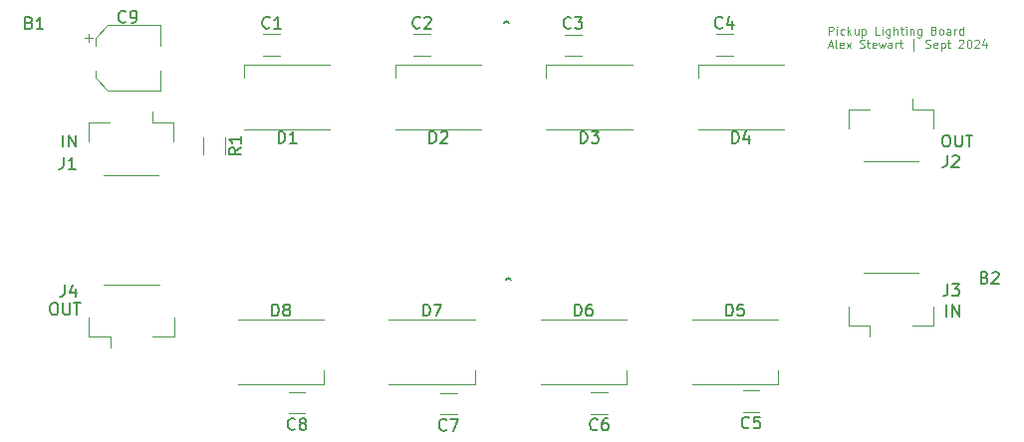
<source format=gbr>
%TF.GenerationSoftware,KiCad,Pcbnew,7.0.9*%
%TF.CreationDate,2024-09-08T14:45:42+10:00*%
%TF.ProjectId,RGB LED Mounting Board,52474220-4c45-4442-904d-6f756e74696e,rev?*%
%TF.SameCoordinates,Original*%
%TF.FileFunction,Legend,Top*%
%TF.FilePolarity,Positive*%
%FSLAX46Y46*%
G04 Gerber Fmt 4.6, Leading zero omitted, Abs format (unit mm)*
G04 Created by KiCad (PCBNEW 7.0.9) date 2024-09-08 14:45:42*
%MOMM*%
%LPD*%
G01*
G04 APERTURE LIST*
%ADD10C,0.150000*%
%ADD11C,0.100000*%
%ADD12C,0.120000*%
G04 APERTURE END LIST*
D10*
X116436779Y-29269819D02*
X116436779Y-28269819D01*
X116912969Y-29269819D02*
X116912969Y-28269819D01*
X116912969Y-28269819D02*
X117484397Y-29269819D01*
X117484397Y-29269819D02*
X117484397Y-28269819D01*
X191427255Y-28269819D02*
X191617731Y-28269819D01*
X191617731Y-28269819D02*
X191712969Y-28317438D01*
X191712969Y-28317438D02*
X191808207Y-28412676D01*
X191808207Y-28412676D02*
X191855826Y-28603152D01*
X191855826Y-28603152D02*
X191855826Y-28936485D01*
X191855826Y-28936485D02*
X191808207Y-29126961D01*
X191808207Y-29126961D02*
X191712969Y-29222200D01*
X191712969Y-29222200D02*
X191617731Y-29269819D01*
X191617731Y-29269819D02*
X191427255Y-29269819D01*
X191427255Y-29269819D02*
X191332017Y-29222200D01*
X191332017Y-29222200D02*
X191236779Y-29126961D01*
X191236779Y-29126961D02*
X191189160Y-28936485D01*
X191189160Y-28936485D02*
X191189160Y-28603152D01*
X191189160Y-28603152D02*
X191236779Y-28412676D01*
X191236779Y-28412676D02*
X191332017Y-28317438D01*
X191332017Y-28317438D02*
X191427255Y-28269819D01*
X192284398Y-28269819D02*
X192284398Y-29079342D01*
X192284398Y-29079342D02*
X192332017Y-29174580D01*
X192332017Y-29174580D02*
X192379636Y-29222200D01*
X192379636Y-29222200D02*
X192474874Y-29269819D01*
X192474874Y-29269819D02*
X192665350Y-29269819D01*
X192665350Y-29269819D02*
X192760588Y-29222200D01*
X192760588Y-29222200D02*
X192808207Y-29174580D01*
X192808207Y-29174580D02*
X192855826Y-29079342D01*
X192855826Y-29079342D02*
X192855826Y-28269819D01*
X193189160Y-28269819D02*
X193760588Y-28269819D01*
X193474874Y-29269819D02*
X193474874Y-28269819D01*
X113570112Y-18721009D02*
X113712969Y-18768628D01*
X113712969Y-18768628D02*
X113760588Y-18816247D01*
X113760588Y-18816247D02*
X113808207Y-18911485D01*
X113808207Y-18911485D02*
X113808207Y-19054342D01*
X113808207Y-19054342D02*
X113760588Y-19149580D01*
X113760588Y-19149580D02*
X113712969Y-19197200D01*
X113712969Y-19197200D02*
X113617731Y-19244819D01*
X113617731Y-19244819D02*
X113236779Y-19244819D01*
X113236779Y-19244819D02*
X113236779Y-18244819D01*
X113236779Y-18244819D02*
X113570112Y-18244819D01*
X113570112Y-18244819D02*
X113665350Y-18292438D01*
X113665350Y-18292438D02*
X113712969Y-18340057D01*
X113712969Y-18340057D02*
X113760588Y-18435295D01*
X113760588Y-18435295D02*
X113760588Y-18530533D01*
X113760588Y-18530533D02*
X113712969Y-18625771D01*
X113712969Y-18625771D02*
X113665350Y-18673390D01*
X113665350Y-18673390D02*
X113570112Y-18721009D01*
X113570112Y-18721009D02*
X113236779Y-18721009D01*
X114760588Y-19244819D02*
X114189160Y-19244819D01*
X114474874Y-19244819D02*
X114474874Y-18244819D01*
X114474874Y-18244819D02*
X114379636Y-18387676D01*
X114379636Y-18387676D02*
X114284398Y-18482914D01*
X114284398Y-18482914D02*
X114189160Y-18530533D01*
X154118922Y-40590057D02*
X154309398Y-40447200D01*
X154309398Y-40447200D02*
X154499874Y-40590057D01*
D11*
X181532455Y-19732133D02*
X181532455Y-19032133D01*
X181532455Y-19032133D02*
X181799122Y-19032133D01*
X181799122Y-19032133D02*
X181865789Y-19065466D01*
X181865789Y-19065466D02*
X181899122Y-19098800D01*
X181899122Y-19098800D02*
X181932455Y-19165466D01*
X181932455Y-19165466D02*
X181932455Y-19265466D01*
X181932455Y-19265466D02*
X181899122Y-19332133D01*
X181899122Y-19332133D02*
X181865789Y-19365466D01*
X181865789Y-19365466D02*
X181799122Y-19398800D01*
X181799122Y-19398800D02*
X181532455Y-19398800D01*
X182232455Y-19732133D02*
X182232455Y-19265466D01*
X182232455Y-19032133D02*
X182199122Y-19065466D01*
X182199122Y-19065466D02*
X182232455Y-19098800D01*
X182232455Y-19098800D02*
X182265789Y-19065466D01*
X182265789Y-19065466D02*
X182232455Y-19032133D01*
X182232455Y-19032133D02*
X182232455Y-19098800D01*
X182865788Y-19698800D02*
X182799122Y-19732133D01*
X182799122Y-19732133D02*
X182665788Y-19732133D01*
X182665788Y-19732133D02*
X182599122Y-19698800D01*
X182599122Y-19698800D02*
X182565788Y-19665466D01*
X182565788Y-19665466D02*
X182532455Y-19598800D01*
X182532455Y-19598800D02*
X182532455Y-19398800D01*
X182532455Y-19398800D02*
X182565788Y-19332133D01*
X182565788Y-19332133D02*
X182599122Y-19298800D01*
X182599122Y-19298800D02*
X182665788Y-19265466D01*
X182665788Y-19265466D02*
X182799122Y-19265466D01*
X182799122Y-19265466D02*
X182865788Y-19298800D01*
X183165788Y-19732133D02*
X183165788Y-19032133D01*
X183232455Y-19465466D02*
X183432455Y-19732133D01*
X183432455Y-19265466D02*
X183165788Y-19532133D01*
X184032455Y-19265466D02*
X184032455Y-19732133D01*
X183732455Y-19265466D02*
X183732455Y-19632133D01*
X183732455Y-19632133D02*
X183765789Y-19698800D01*
X183765789Y-19698800D02*
X183832455Y-19732133D01*
X183832455Y-19732133D02*
X183932455Y-19732133D01*
X183932455Y-19732133D02*
X183999122Y-19698800D01*
X183999122Y-19698800D02*
X184032455Y-19665466D01*
X184365788Y-19265466D02*
X184365788Y-19965466D01*
X184365788Y-19298800D02*
X184432455Y-19265466D01*
X184432455Y-19265466D02*
X184565788Y-19265466D01*
X184565788Y-19265466D02*
X184632455Y-19298800D01*
X184632455Y-19298800D02*
X184665788Y-19332133D01*
X184665788Y-19332133D02*
X184699122Y-19398800D01*
X184699122Y-19398800D02*
X184699122Y-19598800D01*
X184699122Y-19598800D02*
X184665788Y-19665466D01*
X184665788Y-19665466D02*
X184632455Y-19698800D01*
X184632455Y-19698800D02*
X184565788Y-19732133D01*
X184565788Y-19732133D02*
X184432455Y-19732133D01*
X184432455Y-19732133D02*
X184365788Y-19698800D01*
X185865788Y-19732133D02*
X185532454Y-19732133D01*
X185532454Y-19732133D02*
X185532454Y-19032133D01*
X186099121Y-19732133D02*
X186099121Y-19265466D01*
X186099121Y-19032133D02*
X186065788Y-19065466D01*
X186065788Y-19065466D02*
X186099121Y-19098800D01*
X186099121Y-19098800D02*
X186132455Y-19065466D01*
X186132455Y-19065466D02*
X186099121Y-19032133D01*
X186099121Y-19032133D02*
X186099121Y-19098800D01*
X186732454Y-19265466D02*
X186732454Y-19832133D01*
X186732454Y-19832133D02*
X186699121Y-19898800D01*
X186699121Y-19898800D02*
X186665788Y-19932133D01*
X186665788Y-19932133D02*
X186599121Y-19965466D01*
X186599121Y-19965466D02*
X186499121Y-19965466D01*
X186499121Y-19965466D02*
X186432454Y-19932133D01*
X186732454Y-19698800D02*
X186665788Y-19732133D01*
X186665788Y-19732133D02*
X186532454Y-19732133D01*
X186532454Y-19732133D02*
X186465788Y-19698800D01*
X186465788Y-19698800D02*
X186432454Y-19665466D01*
X186432454Y-19665466D02*
X186399121Y-19598800D01*
X186399121Y-19598800D02*
X186399121Y-19398800D01*
X186399121Y-19398800D02*
X186432454Y-19332133D01*
X186432454Y-19332133D02*
X186465788Y-19298800D01*
X186465788Y-19298800D02*
X186532454Y-19265466D01*
X186532454Y-19265466D02*
X186665788Y-19265466D01*
X186665788Y-19265466D02*
X186732454Y-19298800D01*
X187065787Y-19732133D02*
X187065787Y-19032133D01*
X187365787Y-19732133D02*
X187365787Y-19365466D01*
X187365787Y-19365466D02*
X187332454Y-19298800D01*
X187332454Y-19298800D02*
X187265787Y-19265466D01*
X187265787Y-19265466D02*
X187165787Y-19265466D01*
X187165787Y-19265466D02*
X187099121Y-19298800D01*
X187099121Y-19298800D02*
X187065787Y-19332133D01*
X187599120Y-19265466D02*
X187865787Y-19265466D01*
X187699120Y-19032133D02*
X187699120Y-19632133D01*
X187699120Y-19632133D02*
X187732454Y-19698800D01*
X187732454Y-19698800D02*
X187799120Y-19732133D01*
X187799120Y-19732133D02*
X187865787Y-19732133D01*
X188099120Y-19732133D02*
X188099120Y-19265466D01*
X188099120Y-19032133D02*
X188065787Y-19065466D01*
X188065787Y-19065466D02*
X188099120Y-19098800D01*
X188099120Y-19098800D02*
X188132454Y-19065466D01*
X188132454Y-19065466D02*
X188099120Y-19032133D01*
X188099120Y-19032133D02*
X188099120Y-19098800D01*
X188432453Y-19265466D02*
X188432453Y-19732133D01*
X188432453Y-19332133D02*
X188465787Y-19298800D01*
X188465787Y-19298800D02*
X188532453Y-19265466D01*
X188532453Y-19265466D02*
X188632453Y-19265466D01*
X188632453Y-19265466D02*
X188699120Y-19298800D01*
X188699120Y-19298800D02*
X188732453Y-19365466D01*
X188732453Y-19365466D02*
X188732453Y-19732133D01*
X189365786Y-19265466D02*
X189365786Y-19832133D01*
X189365786Y-19832133D02*
X189332453Y-19898800D01*
X189332453Y-19898800D02*
X189299120Y-19932133D01*
X189299120Y-19932133D02*
X189232453Y-19965466D01*
X189232453Y-19965466D02*
X189132453Y-19965466D01*
X189132453Y-19965466D02*
X189065786Y-19932133D01*
X189365786Y-19698800D02*
X189299120Y-19732133D01*
X189299120Y-19732133D02*
X189165786Y-19732133D01*
X189165786Y-19732133D02*
X189099120Y-19698800D01*
X189099120Y-19698800D02*
X189065786Y-19665466D01*
X189065786Y-19665466D02*
X189032453Y-19598800D01*
X189032453Y-19598800D02*
X189032453Y-19398800D01*
X189032453Y-19398800D02*
X189065786Y-19332133D01*
X189065786Y-19332133D02*
X189099120Y-19298800D01*
X189099120Y-19298800D02*
X189165786Y-19265466D01*
X189165786Y-19265466D02*
X189299120Y-19265466D01*
X189299120Y-19265466D02*
X189365786Y-19298800D01*
X190465786Y-19365466D02*
X190565786Y-19398800D01*
X190565786Y-19398800D02*
X190599119Y-19432133D01*
X190599119Y-19432133D02*
X190632452Y-19498800D01*
X190632452Y-19498800D02*
X190632452Y-19598800D01*
X190632452Y-19598800D02*
X190599119Y-19665466D01*
X190599119Y-19665466D02*
X190565786Y-19698800D01*
X190565786Y-19698800D02*
X190499119Y-19732133D01*
X190499119Y-19732133D02*
X190232452Y-19732133D01*
X190232452Y-19732133D02*
X190232452Y-19032133D01*
X190232452Y-19032133D02*
X190465786Y-19032133D01*
X190465786Y-19032133D02*
X190532452Y-19065466D01*
X190532452Y-19065466D02*
X190565786Y-19098800D01*
X190565786Y-19098800D02*
X190599119Y-19165466D01*
X190599119Y-19165466D02*
X190599119Y-19232133D01*
X190599119Y-19232133D02*
X190565786Y-19298800D01*
X190565786Y-19298800D02*
X190532452Y-19332133D01*
X190532452Y-19332133D02*
X190465786Y-19365466D01*
X190465786Y-19365466D02*
X190232452Y-19365466D01*
X191032452Y-19732133D02*
X190965786Y-19698800D01*
X190965786Y-19698800D02*
X190932452Y-19665466D01*
X190932452Y-19665466D02*
X190899119Y-19598800D01*
X190899119Y-19598800D02*
X190899119Y-19398800D01*
X190899119Y-19398800D02*
X190932452Y-19332133D01*
X190932452Y-19332133D02*
X190965786Y-19298800D01*
X190965786Y-19298800D02*
X191032452Y-19265466D01*
X191032452Y-19265466D02*
X191132452Y-19265466D01*
X191132452Y-19265466D02*
X191199119Y-19298800D01*
X191199119Y-19298800D02*
X191232452Y-19332133D01*
X191232452Y-19332133D02*
X191265786Y-19398800D01*
X191265786Y-19398800D02*
X191265786Y-19598800D01*
X191265786Y-19598800D02*
X191232452Y-19665466D01*
X191232452Y-19665466D02*
X191199119Y-19698800D01*
X191199119Y-19698800D02*
X191132452Y-19732133D01*
X191132452Y-19732133D02*
X191032452Y-19732133D01*
X191865785Y-19732133D02*
X191865785Y-19365466D01*
X191865785Y-19365466D02*
X191832452Y-19298800D01*
X191832452Y-19298800D02*
X191765785Y-19265466D01*
X191765785Y-19265466D02*
X191632452Y-19265466D01*
X191632452Y-19265466D02*
X191565785Y-19298800D01*
X191865785Y-19698800D02*
X191799119Y-19732133D01*
X191799119Y-19732133D02*
X191632452Y-19732133D01*
X191632452Y-19732133D02*
X191565785Y-19698800D01*
X191565785Y-19698800D02*
X191532452Y-19632133D01*
X191532452Y-19632133D02*
X191532452Y-19565466D01*
X191532452Y-19565466D02*
X191565785Y-19498800D01*
X191565785Y-19498800D02*
X191632452Y-19465466D01*
X191632452Y-19465466D02*
X191799119Y-19465466D01*
X191799119Y-19465466D02*
X191865785Y-19432133D01*
X192199118Y-19732133D02*
X192199118Y-19265466D01*
X192199118Y-19398800D02*
X192232452Y-19332133D01*
X192232452Y-19332133D02*
X192265785Y-19298800D01*
X192265785Y-19298800D02*
X192332452Y-19265466D01*
X192332452Y-19265466D02*
X192399118Y-19265466D01*
X192932451Y-19732133D02*
X192932451Y-19032133D01*
X192932451Y-19698800D02*
X192865785Y-19732133D01*
X192865785Y-19732133D02*
X192732451Y-19732133D01*
X192732451Y-19732133D02*
X192665785Y-19698800D01*
X192665785Y-19698800D02*
X192632451Y-19665466D01*
X192632451Y-19665466D02*
X192599118Y-19598800D01*
X192599118Y-19598800D02*
X192599118Y-19398800D01*
X192599118Y-19398800D02*
X192632451Y-19332133D01*
X192632451Y-19332133D02*
X192665785Y-19298800D01*
X192665785Y-19298800D02*
X192732451Y-19265466D01*
X192732451Y-19265466D02*
X192865785Y-19265466D01*
X192865785Y-19265466D02*
X192932451Y-19298800D01*
X181499122Y-20659133D02*
X181832455Y-20659133D01*
X181432455Y-20859133D02*
X181665789Y-20159133D01*
X181665789Y-20159133D02*
X181899122Y-20859133D01*
X182232455Y-20859133D02*
X182165789Y-20825800D01*
X182165789Y-20825800D02*
X182132455Y-20759133D01*
X182132455Y-20759133D02*
X182132455Y-20159133D01*
X182765789Y-20825800D02*
X182699122Y-20859133D01*
X182699122Y-20859133D02*
X182565789Y-20859133D01*
X182565789Y-20859133D02*
X182499122Y-20825800D01*
X182499122Y-20825800D02*
X182465789Y-20759133D01*
X182465789Y-20759133D02*
X182465789Y-20492466D01*
X182465789Y-20492466D02*
X182499122Y-20425800D01*
X182499122Y-20425800D02*
X182565789Y-20392466D01*
X182565789Y-20392466D02*
X182699122Y-20392466D01*
X182699122Y-20392466D02*
X182765789Y-20425800D01*
X182765789Y-20425800D02*
X182799122Y-20492466D01*
X182799122Y-20492466D02*
X182799122Y-20559133D01*
X182799122Y-20559133D02*
X182465789Y-20625800D01*
X183032456Y-20859133D02*
X183399122Y-20392466D01*
X183032456Y-20392466D02*
X183399122Y-20859133D01*
X184165789Y-20825800D02*
X184265789Y-20859133D01*
X184265789Y-20859133D02*
X184432456Y-20859133D01*
X184432456Y-20859133D02*
X184499122Y-20825800D01*
X184499122Y-20825800D02*
X184532456Y-20792466D01*
X184532456Y-20792466D02*
X184565789Y-20725800D01*
X184565789Y-20725800D02*
X184565789Y-20659133D01*
X184565789Y-20659133D02*
X184532456Y-20592466D01*
X184532456Y-20592466D02*
X184499122Y-20559133D01*
X184499122Y-20559133D02*
X184432456Y-20525800D01*
X184432456Y-20525800D02*
X184299122Y-20492466D01*
X184299122Y-20492466D02*
X184232456Y-20459133D01*
X184232456Y-20459133D02*
X184199122Y-20425800D01*
X184199122Y-20425800D02*
X184165789Y-20359133D01*
X184165789Y-20359133D02*
X184165789Y-20292466D01*
X184165789Y-20292466D02*
X184199122Y-20225800D01*
X184199122Y-20225800D02*
X184232456Y-20192466D01*
X184232456Y-20192466D02*
X184299122Y-20159133D01*
X184299122Y-20159133D02*
X184465789Y-20159133D01*
X184465789Y-20159133D02*
X184565789Y-20192466D01*
X184765789Y-20392466D02*
X185032456Y-20392466D01*
X184865789Y-20159133D02*
X184865789Y-20759133D01*
X184865789Y-20759133D02*
X184899123Y-20825800D01*
X184899123Y-20825800D02*
X184965789Y-20859133D01*
X184965789Y-20859133D02*
X185032456Y-20859133D01*
X185532456Y-20825800D02*
X185465789Y-20859133D01*
X185465789Y-20859133D02*
X185332456Y-20859133D01*
X185332456Y-20859133D02*
X185265789Y-20825800D01*
X185265789Y-20825800D02*
X185232456Y-20759133D01*
X185232456Y-20759133D02*
X185232456Y-20492466D01*
X185232456Y-20492466D02*
X185265789Y-20425800D01*
X185265789Y-20425800D02*
X185332456Y-20392466D01*
X185332456Y-20392466D02*
X185465789Y-20392466D01*
X185465789Y-20392466D02*
X185532456Y-20425800D01*
X185532456Y-20425800D02*
X185565789Y-20492466D01*
X185565789Y-20492466D02*
X185565789Y-20559133D01*
X185565789Y-20559133D02*
X185232456Y-20625800D01*
X185799123Y-20392466D02*
X185932456Y-20859133D01*
X185932456Y-20859133D02*
X186065789Y-20525800D01*
X186065789Y-20525800D02*
X186199123Y-20859133D01*
X186199123Y-20859133D02*
X186332456Y-20392466D01*
X186899122Y-20859133D02*
X186899122Y-20492466D01*
X186899122Y-20492466D02*
X186865789Y-20425800D01*
X186865789Y-20425800D02*
X186799122Y-20392466D01*
X186799122Y-20392466D02*
X186665789Y-20392466D01*
X186665789Y-20392466D02*
X186599122Y-20425800D01*
X186899122Y-20825800D02*
X186832456Y-20859133D01*
X186832456Y-20859133D02*
X186665789Y-20859133D01*
X186665789Y-20859133D02*
X186599122Y-20825800D01*
X186599122Y-20825800D02*
X186565789Y-20759133D01*
X186565789Y-20759133D02*
X186565789Y-20692466D01*
X186565789Y-20692466D02*
X186599122Y-20625800D01*
X186599122Y-20625800D02*
X186665789Y-20592466D01*
X186665789Y-20592466D02*
X186832456Y-20592466D01*
X186832456Y-20592466D02*
X186899122Y-20559133D01*
X187232455Y-20859133D02*
X187232455Y-20392466D01*
X187232455Y-20525800D02*
X187265789Y-20459133D01*
X187265789Y-20459133D02*
X187299122Y-20425800D01*
X187299122Y-20425800D02*
X187365789Y-20392466D01*
X187365789Y-20392466D02*
X187432455Y-20392466D01*
X187565788Y-20392466D02*
X187832455Y-20392466D01*
X187665788Y-20159133D02*
X187665788Y-20759133D01*
X187665788Y-20759133D02*
X187699122Y-20825800D01*
X187699122Y-20825800D02*
X187765788Y-20859133D01*
X187765788Y-20859133D02*
X187832455Y-20859133D01*
X188765788Y-21092466D02*
X188765788Y-20092466D01*
X189765788Y-20825800D02*
X189865788Y-20859133D01*
X189865788Y-20859133D02*
X190032455Y-20859133D01*
X190032455Y-20859133D02*
X190099121Y-20825800D01*
X190099121Y-20825800D02*
X190132455Y-20792466D01*
X190132455Y-20792466D02*
X190165788Y-20725800D01*
X190165788Y-20725800D02*
X190165788Y-20659133D01*
X190165788Y-20659133D02*
X190132455Y-20592466D01*
X190132455Y-20592466D02*
X190099121Y-20559133D01*
X190099121Y-20559133D02*
X190032455Y-20525800D01*
X190032455Y-20525800D02*
X189899121Y-20492466D01*
X189899121Y-20492466D02*
X189832455Y-20459133D01*
X189832455Y-20459133D02*
X189799121Y-20425800D01*
X189799121Y-20425800D02*
X189765788Y-20359133D01*
X189765788Y-20359133D02*
X189765788Y-20292466D01*
X189765788Y-20292466D02*
X189799121Y-20225800D01*
X189799121Y-20225800D02*
X189832455Y-20192466D01*
X189832455Y-20192466D02*
X189899121Y-20159133D01*
X189899121Y-20159133D02*
X190065788Y-20159133D01*
X190065788Y-20159133D02*
X190165788Y-20192466D01*
X190732455Y-20825800D02*
X190665788Y-20859133D01*
X190665788Y-20859133D02*
X190532455Y-20859133D01*
X190532455Y-20859133D02*
X190465788Y-20825800D01*
X190465788Y-20825800D02*
X190432455Y-20759133D01*
X190432455Y-20759133D02*
X190432455Y-20492466D01*
X190432455Y-20492466D02*
X190465788Y-20425800D01*
X190465788Y-20425800D02*
X190532455Y-20392466D01*
X190532455Y-20392466D02*
X190665788Y-20392466D01*
X190665788Y-20392466D02*
X190732455Y-20425800D01*
X190732455Y-20425800D02*
X190765788Y-20492466D01*
X190765788Y-20492466D02*
X190765788Y-20559133D01*
X190765788Y-20559133D02*
X190432455Y-20625800D01*
X191065788Y-20392466D02*
X191065788Y-21092466D01*
X191065788Y-20425800D02*
X191132455Y-20392466D01*
X191132455Y-20392466D02*
X191265788Y-20392466D01*
X191265788Y-20392466D02*
X191332455Y-20425800D01*
X191332455Y-20425800D02*
X191365788Y-20459133D01*
X191365788Y-20459133D02*
X191399122Y-20525800D01*
X191399122Y-20525800D02*
X191399122Y-20725800D01*
X191399122Y-20725800D02*
X191365788Y-20792466D01*
X191365788Y-20792466D02*
X191332455Y-20825800D01*
X191332455Y-20825800D02*
X191265788Y-20859133D01*
X191265788Y-20859133D02*
X191132455Y-20859133D01*
X191132455Y-20859133D02*
X191065788Y-20825800D01*
X191599121Y-20392466D02*
X191865788Y-20392466D01*
X191699121Y-20159133D02*
X191699121Y-20759133D01*
X191699121Y-20759133D02*
X191732455Y-20825800D01*
X191732455Y-20825800D02*
X191799121Y-20859133D01*
X191799121Y-20859133D02*
X191865788Y-20859133D01*
X192599121Y-20225800D02*
X192632454Y-20192466D01*
X192632454Y-20192466D02*
X192699121Y-20159133D01*
X192699121Y-20159133D02*
X192865788Y-20159133D01*
X192865788Y-20159133D02*
X192932454Y-20192466D01*
X192932454Y-20192466D02*
X192965788Y-20225800D01*
X192965788Y-20225800D02*
X192999121Y-20292466D01*
X192999121Y-20292466D02*
X192999121Y-20359133D01*
X192999121Y-20359133D02*
X192965788Y-20459133D01*
X192965788Y-20459133D02*
X192565788Y-20859133D01*
X192565788Y-20859133D02*
X192999121Y-20859133D01*
X193432455Y-20159133D02*
X193499121Y-20159133D01*
X193499121Y-20159133D02*
X193565788Y-20192466D01*
X193565788Y-20192466D02*
X193599121Y-20225800D01*
X193599121Y-20225800D02*
X193632455Y-20292466D01*
X193632455Y-20292466D02*
X193665788Y-20425800D01*
X193665788Y-20425800D02*
X193665788Y-20592466D01*
X193665788Y-20592466D02*
X193632455Y-20725800D01*
X193632455Y-20725800D02*
X193599121Y-20792466D01*
X193599121Y-20792466D02*
X193565788Y-20825800D01*
X193565788Y-20825800D02*
X193499121Y-20859133D01*
X193499121Y-20859133D02*
X193432455Y-20859133D01*
X193432455Y-20859133D02*
X193365788Y-20825800D01*
X193365788Y-20825800D02*
X193332455Y-20792466D01*
X193332455Y-20792466D02*
X193299121Y-20725800D01*
X193299121Y-20725800D02*
X193265788Y-20592466D01*
X193265788Y-20592466D02*
X193265788Y-20425800D01*
X193265788Y-20425800D02*
X193299121Y-20292466D01*
X193299121Y-20292466D02*
X193332455Y-20225800D01*
X193332455Y-20225800D02*
X193365788Y-20192466D01*
X193365788Y-20192466D02*
X193432455Y-20159133D01*
X193932455Y-20225800D02*
X193965788Y-20192466D01*
X193965788Y-20192466D02*
X194032455Y-20159133D01*
X194032455Y-20159133D02*
X194199122Y-20159133D01*
X194199122Y-20159133D02*
X194265788Y-20192466D01*
X194265788Y-20192466D02*
X194299122Y-20225800D01*
X194299122Y-20225800D02*
X194332455Y-20292466D01*
X194332455Y-20292466D02*
X194332455Y-20359133D01*
X194332455Y-20359133D02*
X194299122Y-20459133D01*
X194299122Y-20459133D02*
X193899122Y-20859133D01*
X193899122Y-20859133D02*
X194332455Y-20859133D01*
X194932455Y-20392466D02*
X194932455Y-20859133D01*
X194765789Y-20125800D02*
X194599122Y-20625800D01*
X194599122Y-20625800D02*
X195032455Y-20625800D01*
D10*
X115602255Y-42544819D02*
X115792731Y-42544819D01*
X115792731Y-42544819D02*
X115887969Y-42592438D01*
X115887969Y-42592438D02*
X115983207Y-42687676D01*
X115983207Y-42687676D02*
X116030826Y-42878152D01*
X116030826Y-42878152D02*
X116030826Y-43211485D01*
X116030826Y-43211485D02*
X115983207Y-43401961D01*
X115983207Y-43401961D02*
X115887969Y-43497200D01*
X115887969Y-43497200D02*
X115792731Y-43544819D01*
X115792731Y-43544819D02*
X115602255Y-43544819D01*
X115602255Y-43544819D02*
X115507017Y-43497200D01*
X115507017Y-43497200D02*
X115411779Y-43401961D01*
X115411779Y-43401961D02*
X115364160Y-43211485D01*
X115364160Y-43211485D02*
X115364160Y-42878152D01*
X115364160Y-42878152D02*
X115411779Y-42687676D01*
X115411779Y-42687676D02*
X115507017Y-42592438D01*
X115507017Y-42592438D02*
X115602255Y-42544819D01*
X116459398Y-42544819D02*
X116459398Y-43354342D01*
X116459398Y-43354342D02*
X116507017Y-43449580D01*
X116507017Y-43449580D02*
X116554636Y-43497200D01*
X116554636Y-43497200D02*
X116649874Y-43544819D01*
X116649874Y-43544819D02*
X116840350Y-43544819D01*
X116840350Y-43544819D02*
X116935588Y-43497200D01*
X116935588Y-43497200D02*
X116983207Y-43449580D01*
X116983207Y-43449580D02*
X117030826Y-43354342D01*
X117030826Y-43354342D02*
X117030826Y-42544819D01*
X117364160Y-42544819D02*
X117935588Y-42544819D01*
X117649874Y-43544819D02*
X117649874Y-42544819D01*
X153943922Y-18740057D02*
X154134398Y-18597200D01*
X154134398Y-18597200D02*
X154324874Y-18740057D01*
X194795112Y-40371009D02*
X194937969Y-40418628D01*
X194937969Y-40418628D02*
X194985588Y-40466247D01*
X194985588Y-40466247D02*
X195033207Y-40561485D01*
X195033207Y-40561485D02*
X195033207Y-40704342D01*
X195033207Y-40704342D02*
X194985588Y-40799580D01*
X194985588Y-40799580D02*
X194937969Y-40847200D01*
X194937969Y-40847200D02*
X194842731Y-40894819D01*
X194842731Y-40894819D02*
X194461779Y-40894819D01*
X194461779Y-40894819D02*
X194461779Y-39894819D01*
X194461779Y-39894819D02*
X194795112Y-39894819D01*
X194795112Y-39894819D02*
X194890350Y-39942438D01*
X194890350Y-39942438D02*
X194937969Y-39990057D01*
X194937969Y-39990057D02*
X194985588Y-40085295D01*
X194985588Y-40085295D02*
X194985588Y-40180533D01*
X194985588Y-40180533D02*
X194937969Y-40275771D01*
X194937969Y-40275771D02*
X194890350Y-40323390D01*
X194890350Y-40323390D02*
X194795112Y-40371009D01*
X194795112Y-40371009D02*
X194461779Y-40371009D01*
X195414160Y-39990057D02*
X195461779Y-39942438D01*
X195461779Y-39942438D02*
X195557017Y-39894819D01*
X195557017Y-39894819D02*
X195795112Y-39894819D01*
X195795112Y-39894819D02*
X195890350Y-39942438D01*
X195890350Y-39942438D02*
X195937969Y-39990057D01*
X195937969Y-39990057D02*
X195985588Y-40085295D01*
X195985588Y-40085295D02*
X195985588Y-40180533D01*
X195985588Y-40180533D02*
X195937969Y-40323390D01*
X195937969Y-40323390D02*
X195366541Y-40894819D01*
X195366541Y-40894819D02*
X195985588Y-40894819D01*
X191536779Y-43694819D02*
X191536779Y-42694819D01*
X192012969Y-43694819D02*
X192012969Y-42694819D01*
X192012969Y-42694819D02*
X192584397Y-43694819D01*
X192584397Y-43694819D02*
X192584397Y-42694819D01*
X136158333Y-53259580D02*
X136110714Y-53307200D01*
X136110714Y-53307200D02*
X135967857Y-53354819D01*
X135967857Y-53354819D02*
X135872619Y-53354819D01*
X135872619Y-53354819D02*
X135729762Y-53307200D01*
X135729762Y-53307200D02*
X135634524Y-53211961D01*
X135634524Y-53211961D02*
X135586905Y-53116723D01*
X135586905Y-53116723D02*
X135539286Y-52926247D01*
X135539286Y-52926247D02*
X135539286Y-52783390D01*
X135539286Y-52783390D02*
X135586905Y-52592914D01*
X135586905Y-52592914D02*
X135634524Y-52497676D01*
X135634524Y-52497676D02*
X135729762Y-52402438D01*
X135729762Y-52402438D02*
X135872619Y-52354819D01*
X135872619Y-52354819D02*
X135967857Y-52354819D01*
X135967857Y-52354819D02*
X136110714Y-52402438D01*
X136110714Y-52402438D02*
X136158333Y-52450057D01*
X136729762Y-52783390D02*
X136634524Y-52735771D01*
X136634524Y-52735771D02*
X136586905Y-52688152D01*
X136586905Y-52688152D02*
X136539286Y-52592914D01*
X136539286Y-52592914D02*
X136539286Y-52545295D01*
X136539286Y-52545295D02*
X136586905Y-52450057D01*
X136586905Y-52450057D02*
X136634524Y-52402438D01*
X136634524Y-52402438D02*
X136729762Y-52354819D01*
X136729762Y-52354819D02*
X136920238Y-52354819D01*
X136920238Y-52354819D02*
X137015476Y-52402438D01*
X137015476Y-52402438D02*
X137063095Y-52450057D01*
X137063095Y-52450057D02*
X137110714Y-52545295D01*
X137110714Y-52545295D02*
X137110714Y-52592914D01*
X137110714Y-52592914D02*
X137063095Y-52688152D01*
X137063095Y-52688152D02*
X137015476Y-52735771D01*
X137015476Y-52735771D02*
X136920238Y-52783390D01*
X136920238Y-52783390D02*
X136729762Y-52783390D01*
X136729762Y-52783390D02*
X136634524Y-52831009D01*
X136634524Y-52831009D02*
X136586905Y-52878628D01*
X136586905Y-52878628D02*
X136539286Y-52973866D01*
X136539286Y-52973866D02*
X136539286Y-53164342D01*
X136539286Y-53164342D02*
X136586905Y-53259580D01*
X136586905Y-53259580D02*
X136634524Y-53307200D01*
X136634524Y-53307200D02*
X136729762Y-53354819D01*
X136729762Y-53354819D02*
X136920238Y-53354819D01*
X136920238Y-53354819D02*
X137015476Y-53307200D01*
X137015476Y-53307200D02*
X137063095Y-53259580D01*
X137063095Y-53259580D02*
X137110714Y-53164342D01*
X137110714Y-53164342D02*
X137110714Y-52973866D01*
X137110714Y-52973866D02*
X137063095Y-52878628D01*
X137063095Y-52878628D02*
X137015476Y-52831009D01*
X137015476Y-52831009D02*
X136920238Y-52783390D01*
X149033333Y-53309580D02*
X148985714Y-53357200D01*
X148985714Y-53357200D02*
X148842857Y-53404819D01*
X148842857Y-53404819D02*
X148747619Y-53404819D01*
X148747619Y-53404819D02*
X148604762Y-53357200D01*
X148604762Y-53357200D02*
X148509524Y-53261961D01*
X148509524Y-53261961D02*
X148461905Y-53166723D01*
X148461905Y-53166723D02*
X148414286Y-52976247D01*
X148414286Y-52976247D02*
X148414286Y-52833390D01*
X148414286Y-52833390D02*
X148461905Y-52642914D01*
X148461905Y-52642914D02*
X148509524Y-52547676D01*
X148509524Y-52547676D02*
X148604762Y-52452438D01*
X148604762Y-52452438D02*
X148747619Y-52404819D01*
X148747619Y-52404819D02*
X148842857Y-52404819D01*
X148842857Y-52404819D02*
X148985714Y-52452438D01*
X148985714Y-52452438D02*
X149033333Y-52500057D01*
X149366667Y-52404819D02*
X150033333Y-52404819D01*
X150033333Y-52404819D02*
X149604762Y-53404819D01*
X161858333Y-53284580D02*
X161810714Y-53332200D01*
X161810714Y-53332200D02*
X161667857Y-53379819D01*
X161667857Y-53379819D02*
X161572619Y-53379819D01*
X161572619Y-53379819D02*
X161429762Y-53332200D01*
X161429762Y-53332200D02*
X161334524Y-53236961D01*
X161334524Y-53236961D02*
X161286905Y-53141723D01*
X161286905Y-53141723D02*
X161239286Y-52951247D01*
X161239286Y-52951247D02*
X161239286Y-52808390D01*
X161239286Y-52808390D02*
X161286905Y-52617914D01*
X161286905Y-52617914D02*
X161334524Y-52522676D01*
X161334524Y-52522676D02*
X161429762Y-52427438D01*
X161429762Y-52427438D02*
X161572619Y-52379819D01*
X161572619Y-52379819D02*
X161667857Y-52379819D01*
X161667857Y-52379819D02*
X161810714Y-52427438D01*
X161810714Y-52427438D02*
X161858333Y-52475057D01*
X162715476Y-52379819D02*
X162525000Y-52379819D01*
X162525000Y-52379819D02*
X162429762Y-52427438D01*
X162429762Y-52427438D02*
X162382143Y-52475057D01*
X162382143Y-52475057D02*
X162286905Y-52617914D01*
X162286905Y-52617914D02*
X162239286Y-52808390D01*
X162239286Y-52808390D02*
X162239286Y-53189342D01*
X162239286Y-53189342D02*
X162286905Y-53284580D01*
X162286905Y-53284580D02*
X162334524Y-53332200D01*
X162334524Y-53332200D02*
X162429762Y-53379819D01*
X162429762Y-53379819D02*
X162620238Y-53379819D01*
X162620238Y-53379819D02*
X162715476Y-53332200D01*
X162715476Y-53332200D02*
X162763095Y-53284580D01*
X162763095Y-53284580D02*
X162810714Y-53189342D01*
X162810714Y-53189342D02*
X162810714Y-52951247D01*
X162810714Y-52951247D02*
X162763095Y-52856009D01*
X162763095Y-52856009D02*
X162715476Y-52808390D01*
X162715476Y-52808390D02*
X162620238Y-52760771D01*
X162620238Y-52760771D02*
X162429762Y-52760771D01*
X162429762Y-52760771D02*
X162334524Y-52808390D01*
X162334524Y-52808390D02*
X162286905Y-52856009D01*
X162286905Y-52856009D02*
X162239286Y-52951247D01*
X174758333Y-53134580D02*
X174710714Y-53182200D01*
X174710714Y-53182200D02*
X174567857Y-53229819D01*
X174567857Y-53229819D02*
X174472619Y-53229819D01*
X174472619Y-53229819D02*
X174329762Y-53182200D01*
X174329762Y-53182200D02*
X174234524Y-53086961D01*
X174234524Y-53086961D02*
X174186905Y-52991723D01*
X174186905Y-52991723D02*
X174139286Y-52801247D01*
X174139286Y-52801247D02*
X174139286Y-52658390D01*
X174139286Y-52658390D02*
X174186905Y-52467914D01*
X174186905Y-52467914D02*
X174234524Y-52372676D01*
X174234524Y-52372676D02*
X174329762Y-52277438D01*
X174329762Y-52277438D02*
X174472619Y-52229819D01*
X174472619Y-52229819D02*
X174567857Y-52229819D01*
X174567857Y-52229819D02*
X174710714Y-52277438D01*
X174710714Y-52277438D02*
X174758333Y-52325057D01*
X175663095Y-52229819D02*
X175186905Y-52229819D01*
X175186905Y-52229819D02*
X175139286Y-52706009D01*
X175139286Y-52706009D02*
X175186905Y-52658390D01*
X175186905Y-52658390D02*
X175282143Y-52610771D01*
X175282143Y-52610771D02*
X175520238Y-52610771D01*
X175520238Y-52610771D02*
X175615476Y-52658390D01*
X175615476Y-52658390D02*
X175663095Y-52706009D01*
X175663095Y-52706009D02*
X175710714Y-52801247D01*
X175710714Y-52801247D02*
X175710714Y-53039342D01*
X175710714Y-53039342D02*
X175663095Y-53134580D01*
X175663095Y-53134580D02*
X175615476Y-53182200D01*
X175615476Y-53182200D02*
X175520238Y-53229819D01*
X175520238Y-53229819D02*
X175282143Y-53229819D01*
X175282143Y-53229819D02*
X175186905Y-53182200D01*
X175186905Y-53182200D02*
X175139286Y-53134580D01*
X172483333Y-19109580D02*
X172435714Y-19157200D01*
X172435714Y-19157200D02*
X172292857Y-19204819D01*
X172292857Y-19204819D02*
X172197619Y-19204819D01*
X172197619Y-19204819D02*
X172054762Y-19157200D01*
X172054762Y-19157200D02*
X171959524Y-19061961D01*
X171959524Y-19061961D02*
X171911905Y-18966723D01*
X171911905Y-18966723D02*
X171864286Y-18776247D01*
X171864286Y-18776247D02*
X171864286Y-18633390D01*
X171864286Y-18633390D02*
X171911905Y-18442914D01*
X171911905Y-18442914D02*
X171959524Y-18347676D01*
X171959524Y-18347676D02*
X172054762Y-18252438D01*
X172054762Y-18252438D02*
X172197619Y-18204819D01*
X172197619Y-18204819D02*
X172292857Y-18204819D01*
X172292857Y-18204819D02*
X172435714Y-18252438D01*
X172435714Y-18252438D02*
X172483333Y-18300057D01*
X173340476Y-18538152D02*
X173340476Y-19204819D01*
X173102381Y-18157200D02*
X172864286Y-18871485D01*
X172864286Y-18871485D02*
X173483333Y-18871485D01*
X159620833Y-19134580D02*
X159573214Y-19182200D01*
X159573214Y-19182200D02*
X159430357Y-19229819D01*
X159430357Y-19229819D02*
X159335119Y-19229819D01*
X159335119Y-19229819D02*
X159192262Y-19182200D01*
X159192262Y-19182200D02*
X159097024Y-19086961D01*
X159097024Y-19086961D02*
X159049405Y-18991723D01*
X159049405Y-18991723D02*
X159001786Y-18801247D01*
X159001786Y-18801247D02*
X159001786Y-18658390D01*
X159001786Y-18658390D02*
X159049405Y-18467914D01*
X159049405Y-18467914D02*
X159097024Y-18372676D01*
X159097024Y-18372676D02*
X159192262Y-18277438D01*
X159192262Y-18277438D02*
X159335119Y-18229819D01*
X159335119Y-18229819D02*
X159430357Y-18229819D01*
X159430357Y-18229819D02*
X159573214Y-18277438D01*
X159573214Y-18277438D02*
X159620833Y-18325057D01*
X159954167Y-18229819D02*
X160573214Y-18229819D01*
X160573214Y-18229819D02*
X160239881Y-18610771D01*
X160239881Y-18610771D02*
X160382738Y-18610771D01*
X160382738Y-18610771D02*
X160477976Y-18658390D01*
X160477976Y-18658390D02*
X160525595Y-18706009D01*
X160525595Y-18706009D02*
X160573214Y-18801247D01*
X160573214Y-18801247D02*
X160573214Y-19039342D01*
X160573214Y-19039342D02*
X160525595Y-19134580D01*
X160525595Y-19134580D02*
X160477976Y-19182200D01*
X160477976Y-19182200D02*
X160382738Y-19229819D01*
X160382738Y-19229819D02*
X160097024Y-19229819D01*
X160097024Y-19229819D02*
X160001786Y-19182200D01*
X160001786Y-19182200D02*
X159954167Y-19134580D01*
X146795833Y-19109580D02*
X146748214Y-19157200D01*
X146748214Y-19157200D02*
X146605357Y-19204819D01*
X146605357Y-19204819D02*
X146510119Y-19204819D01*
X146510119Y-19204819D02*
X146367262Y-19157200D01*
X146367262Y-19157200D02*
X146272024Y-19061961D01*
X146272024Y-19061961D02*
X146224405Y-18966723D01*
X146224405Y-18966723D02*
X146176786Y-18776247D01*
X146176786Y-18776247D02*
X146176786Y-18633390D01*
X146176786Y-18633390D02*
X146224405Y-18442914D01*
X146224405Y-18442914D02*
X146272024Y-18347676D01*
X146272024Y-18347676D02*
X146367262Y-18252438D01*
X146367262Y-18252438D02*
X146510119Y-18204819D01*
X146510119Y-18204819D02*
X146605357Y-18204819D01*
X146605357Y-18204819D02*
X146748214Y-18252438D01*
X146748214Y-18252438D02*
X146795833Y-18300057D01*
X147176786Y-18300057D02*
X147224405Y-18252438D01*
X147224405Y-18252438D02*
X147319643Y-18204819D01*
X147319643Y-18204819D02*
X147557738Y-18204819D01*
X147557738Y-18204819D02*
X147652976Y-18252438D01*
X147652976Y-18252438D02*
X147700595Y-18300057D01*
X147700595Y-18300057D02*
X147748214Y-18395295D01*
X147748214Y-18395295D02*
X147748214Y-18490533D01*
X147748214Y-18490533D02*
X147700595Y-18633390D01*
X147700595Y-18633390D02*
X147129167Y-19204819D01*
X147129167Y-19204819D02*
X147748214Y-19204819D01*
X134008333Y-19109580D02*
X133960714Y-19157200D01*
X133960714Y-19157200D02*
X133817857Y-19204819D01*
X133817857Y-19204819D02*
X133722619Y-19204819D01*
X133722619Y-19204819D02*
X133579762Y-19157200D01*
X133579762Y-19157200D02*
X133484524Y-19061961D01*
X133484524Y-19061961D02*
X133436905Y-18966723D01*
X133436905Y-18966723D02*
X133389286Y-18776247D01*
X133389286Y-18776247D02*
X133389286Y-18633390D01*
X133389286Y-18633390D02*
X133436905Y-18442914D01*
X133436905Y-18442914D02*
X133484524Y-18347676D01*
X133484524Y-18347676D02*
X133579762Y-18252438D01*
X133579762Y-18252438D02*
X133722619Y-18204819D01*
X133722619Y-18204819D02*
X133817857Y-18204819D01*
X133817857Y-18204819D02*
X133960714Y-18252438D01*
X133960714Y-18252438D02*
X134008333Y-18300057D01*
X134960714Y-19204819D02*
X134389286Y-19204819D01*
X134675000Y-19204819D02*
X134675000Y-18204819D01*
X134675000Y-18204819D02*
X134579762Y-18347676D01*
X134579762Y-18347676D02*
X134484524Y-18442914D01*
X134484524Y-18442914D02*
X134389286Y-18490533D01*
X131549819Y-29341666D02*
X131073628Y-29674999D01*
X131549819Y-29913094D02*
X130549819Y-29913094D01*
X130549819Y-29913094D02*
X130549819Y-29532142D01*
X130549819Y-29532142D02*
X130597438Y-29436904D01*
X130597438Y-29436904D02*
X130645057Y-29389285D01*
X130645057Y-29389285D02*
X130740295Y-29341666D01*
X130740295Y-29341666D02*
X130883152Y-29341666D01*
X130883152Y-29341666D02*
X130978390Y-29389285D01*
X130978390Y-29389285D02*
X131026009Y-29436904D01*
X131026009Y-29436904D02*
X131073628Y-29532142D01*
X131073628Y-29532142D02*
X131073628Y-29913094D01*
X131549819Y-28389285D02*
X131549819Y-28960713D01*
X131549819Y-28674999D02*
X130549819Y-28674999D01*
X130549819Y-28674999D02*
X130692676Y-28770237D01*
X130692676Y-28770237D02*
X130787914Y-28865475D01*
X130787914Y-28865475D02*
X130835533Y-28960713D01*
X134211905Y-43654819D02*
X134211905Y-42654819D01*
X134211905Y-42654819D02*
X134450000Y-42654819D01*
X134450000Y-42654819D02*
X134592857Y-42702438D01*
X134592857Y-42702438D02*
X134688095Y-42797676D01*
X134688095Y-42797676D02*
X134735714Y-42892914D01*
X134735714Y-42892914D02*
X134783333Y-43083390D01*
X134783333Y-43083390D02*
X134783333Y-43226247D01*
X134783333Y-43226247D02*
X134735714Y-43416723D01*
X134735714Y-43416723D02*
X134688095Y-43511961D01*
X134688095Y-43511961D02*
X134592857Y-43607200D01*
X134592857Y-43607200D02*
X134450000Y-43654819D01*
X134450000Y-43654819D02*
X134211905Y-43654819D01*
X135354762Y-43083390D02*
X135259524Y-43035771D01*
X135259524Y-43035771D02*
X135211905Y-42988152D01*
X135211905Y-42988152D02*
X135164286Y-42892914D01*
X135164286Y-42892914D02*
X135164286Y-42845295D01*
X135164286Y-42845295D02*
X135211905Y-42750057D01*
X135211905Y-42750057D02*
X135259524Y-42702438D01*
X135259524Y-42702438D02*
X135354762Y-42654819D01*
X135354762Y-42654819D02*
X135545238Y-42654819D01*
X135545238Y-42654819D02*
X135640476Y-42702438D01*
X135640476Y-42702438D02*
X135688095Y-42750057D01*
X135688095Y-42750057D02*
X135735714Y-42845295D01*
X135735714Y-42845295D02*
X135735714Y-42892914D01*
X135735714Y-42892914D02*
X135688095Y-42988152D01*
X135688095Y-42988152D02*
X135640476Y-43035771D01*
X135640476Y-43035771D02*
X135545238Y-43083390D01*
X135545238Y-43083390D02*
X135354762Y-43083390D01*
X135354762Y-43083390D02*
X135259524Y-43131009D01*
X135259524Y-43131009D02*
X135211905Y-43178628D01*
X135211905Y-43178628D02*
X135164286Y-43273866D01*
X135164286Y-43273866D02*
X135164286Y-43464342D01*
X135164286Y-43464342D02*
X135211905Y-43559580D01*
X135211905Y-43559580D02*
X135259524Y-43607200D01*
X135259524Y-43607200D02*
X135354762Y-43654819D01*
X135354762Y-43654819D02*
X135545238Y-43654819D01*
X135545238Y-43654819D02*
X135640476Y-43607200D01*
X135640476Y-43607200D02*
X135688095Y-43559580D01*
X135688095Y-43559580D02*
X135735714Y-43464342D01*
X135735714Y-43464342D02*
X135735714Y-43273866D01*
X135735714Y-43273866D02*
X135688095Y-43178628D01*
X135688095Y-43178628D02*
X135640476Y-43131009D01*
X135640476Y-43131009D02*
X135545238Y-43083390D01*
X172811905Y-43654819D02*
X172811905Y-42654819D01*
X172811905Y-42654819D02*
X173050000Y-42654819D01*
X173050000Y-42654819D02*
X173192857Y-42702438D01*
X173192857Y-42702438D02*
X173288095Y-42797676D01*
X173288095Y-42797676D02*
X173335714Y-42892914D01*
X173335714Y-42892914D02*
X173383333Y-43083390D01*
X173383333Y-43083390D02*
X173383333Y-43226247D01*
X173383333Y-43226247D02*
X173335714Y-43416723D01*
X173335714Y-43416723D02*
X173288095Y-43511961D01*
X173288095Y-43511961D02*
X173192857Y-43607200D01*
X173192857Y-43607200D02*
X173050000Y-43654819D01*
X173050000Y-43654819D02*
X172811905Y-43654819D01*
X174288095Y-42654819D02*
X173811905Y-42654819D01*
X173811905Y-42654819D02*
X173764286Y-43131009D01*
X173764286Y-43131009D02*
X173811905Y-43083390D01*
X173811905Y-43083390D02*
X173907143Y-43035771D01*
X173907143Y-43035771D02*
X174145238Y-43035771D01*
X174145238Y-43035771D02*
X174240476Y-43083390D01*
X174240476Y-43083390D02*
X174288095Y-43131009D01*
X174288095Y-43131009D02*
X174335714Y-43226247D01*
X174335714Y-43226247D02*
X174335714Y-43464342D01*
X174335714Y-43464342D02*
X174288095Y-43559580D01*
X174288095Y-43559580D02*
X174240476Y-43607200D01*
X174240476Y-43607200D02*
X174145238Y-43654819D01*
X174145238Y-43654819D02*
X173907143Y-43654819D01*
X173907143Y-43654819D02*
X173811905Y-43607200D01*
X173811905Y-43607200D02*
X173764286Y-43559580D01*
X121758333Y-18609580D02*
X121710714Y-18657200D01*
X121710714Y-18657200D02*
X121567857Y-18704819D01*
X121567857Y-18704819D02*
X121472619Y-18704819D01*
X121472619Y-18704819D02*
X121329762Y-18657200D01*
X121329762Y-18657200D02*
X121234524Y-18561961D01*
X121234524Y-18561961D02*
X121186905Y-18466723D01*
X121186905Y-18466723D02*
X121139286Y-18276247D01*
X121139286Y-18276247D02*
X121139286Y-18133390D01*
X121139286Y-18133390D02*
X121186905Y-17942914D01*
X121186905Y-17942914D02*
X121234524Y-17847676D01*
X121234524Y-17847676D02*
X121329762Y-17752438D01*
X121329762Y-17752438D02*
X121472619Y-17704819D01*
X121472619Y-17704819D02*
X121567857Y-17704819D01*
X121567857Y-17704819D02*
X121710714Y-17752438D01*
X121710714Y-17752438D02*
X121758333Y-17800057D01*
X122234524Y-18704819D02*
X122425000Y-18704819D01*
X122425000Y-18704819D02*
X122520238Y-18657200D01*
X122520238Y-18657200D02*
X122567857Y-18609580D01*
X122567857Y-18609580D02*
X122663095Y-18466723D01*
X122663095Y-18466723D02*
X122710714Y-18276247D01*
X122710714Y-18276247D02*
X122710714Y-17895295D01*
X122710714Y-17895295D02*
X122663095Y-17800057D01*
X122663095Y-17800057D02*
X122615476Y-17752438D01*
X122615476Y-17752438D02*
X122520238Y-17704819D01*
X122520238Y-17704819D02*
X122329762Y-17704819D01*
X122329762Y-17704819D02*
X122234524Y-17752438D01*
X122234524Y-17752438D02*
X122186905Y-17800057D01*
X122186905Y-17800057D02*
X122139286Y-17895295D01*
X122139286Y-17895295D02*
X122139286Y-18133390D01*
X122139286Y-18133390D02*
X122186905Y-18228628D01*
X122186905Y-18228628D02*
X122234524Y-18276247D01*
X122234524Y-18276247D02*
X122329762Y-18323866D01*
X122329762Y-18323866D02*
X122520238Y-18323866D01*
X122520238Y-18323866D02*
X122615476Y-18276247D01*
X122615476Y-18276247D02*
X122663095Y-18228628D01*
X122663095Y-18228628D02*
X122710714Y-18133390D01*
X116591666Y-41004819D02*
X116591666Y-41719104D01*
X116591666Y-41719104D02*
X116544047Y-41861961D01*
X116544047Y-41861961D02*
X116448809Y-41957200D01*
X116448809Y-41957200D02*
X116305952Y-42004819D01*
X116305952Y-42004819D02*
X116210714Y-42004819D01*
X117496428Y-41338152D02*
X117496428Y-42004819D01*
X117258333Y-40957200D02*
X117020238Y-41671485D01*
X117020238Y-41671485D02*
X117639285Y-41671485D01*
X191591666Y-30004819D02*
X191591666Y-30719104D01*
X191591666Y-30719104D02*
X191544047Y-30861961D01*
X191544047Y-30861961D02*
X191448809Y-30957200D01*
X191448809Y-30957200D02*
X191305952Y-31004819D01*
X191305952Y-31004819D02*
X191210714Y-31004819D01*
X192020238Y-30100057D02*
X192067857Y-30052438D01*
X192067857Y-30052438D02*
X192163095Y-30004819D01*
X192163095Y-30004819D02*
X192401190Y-30004819D01*
X192401190Y-30004819D02*
X192496428Y-30052438D01*
X192496428Y-30052438D02*
X192544047Y-30100057D01*
X192544047Y-30100057D02*
X192591666Y-30195295D01*
X192591666Y-30195295D02*
X192591666Y-30290533D01*
X192591666Y-30290533D02*
X192544047Y-30433390D01*
X192544047Y-30433390D02*
X191972619Y-31004819D01*
X191972619Y-31004819D02*
X192591666Y-31004819D01*
X147611905Y-28954819D02*
X147611905Y-27954819D01*
X147611905Y-27954819D02*
X147850000Y-27954819D01*
X147850000Y-27954819D02*
X147992857Y-28002438D01*
X147992857Y-28002438D02*
X148088095Y-28097676D01*
X148088095Y-28097676D02*
X148135714Y-28192914D01*
X148135714Y-28192914D02*
X148183333Y-28383390D01*
X148183333Y-28383390D02*
X148183333Y-28526247D01*
X148183333Y-28526247D02*
X148135714Y-28716723D01*
X148135714Y-28716723D02*
X148088095Y-28811961D01*
X148088095Y-28811961D02*
X147992857Y-28907200D01*
X147992857Y-28907200D02*
X147850000Y-28954819D01*
X147850000Y-28954819D02*
X147611905Y-28954819D01*
X148564286Y-28050057D02*
X148611905Y-28002438D01*
X148611905Y-28002438D02*
X148707143Y-27954819D01*
X148707143Y-27954819D02*
X148945238Y-27954819D01*
X148945238Y-27954819D02*
X149040476Y-28002438D01*
X149040476Y-28002438D02*
X149088095Y-28050057D01*
X149088095Y-28050057D02*
X149135714Y-28145295D01*
X149135714Y-28145295D02*
X149135714Y-28240533D01*
X149135714Y-28240533D02*
X149088095Y-28383390D01*
X149088095Y-28383390D02*
X148516667Y-28954819D01*
X148516667Y-28954819D02*
X149135714Y-28954819D01*
X191616666Y-40954819D02*
X191616666Y-41669104D01*
X191616666Y-41669104D02*
X191569047Y-41811961D01*
X191569047Y-41811961D02*
X191473809Y-41907200D01*
X191473809Y-41907200D02*
X191330952Y-41954819D01*
X191330952Y-41954819D02*
X191235714Y-41954819D01*
X191997619Y-40954819D02*
X192616666Y-40954819D01*
X192616666Y-40954819D02*
X192283333Y-41335771D01*
X192283333Y-41335771D02*
X192426190Y-41335771D01*
X192426190Y-41335771D02*
X192521428Y-41383390D01*
X192521428Y-41383390D02*
X192569047Y-41431009D01*
X192569047Y-41431009D02*
X192616666Y-41526247D01*
X192616666Y-41526247D02*
X192616666Y-41764342D01*
X192616666Y-41764342D02*
X192569047Y-41859580D01*
X192569047Y-41859580D02*
X192521428Y-41907200D01*
X192521428Y-41907200D02*
X192426190Y-41954819D01*
X192426190Y-41954819D02*
X192140476Y-41954819D01*
X192140476Y-41954819D02*
X192045238Y-41907200D01*
X192045238Y-41907200D02*
X191997619Y-41859580D01*
X147061905Y-43654819D02*
X147061905Y-42654819D01*
X147061905Y-42654819D02*
X147300000Y-42654819D01*
X147300000Y-42654819D02*
X147442857Y-42702438D01*
X147442857Y-42702438D02*
X147538095Y-42797676D01*
X147538095Y-42797676D02*
X147585714Y-42892914D01*
X147585714Y-42892914D02*
X147633333Y-43083390D01*
X147633333Y-43083390D02*
X147633333Y-43226247D01*
X147633333Y-43226247D02*
X147585714Y-43416723D01*
X147585714Y-43416723D02*
X147538095Y-43511961D01*
X147538095Y-43511961D02*
X147442857Y-43607200D01*
X147442857Y-43607200D02*
X147300000Y-43654819D01*
X147300000Y-43654819D02*
X147061905Y-43654819D01*
X147966667Y-42654819D02*
X148633333Y-42654819D01*
X148633333Y-42654819D02*
X148204762Y-43654819D01*
X134761905Y-28954819D02*
X134761905Y-27954819D01*
X134761905Y-27954819D02*
X135000000Y-27954819D01*
X135000000Y-27954819D02*
X135142857Y-28002438D01*
X135142857Y-28002438D02*
X135238095Y-28097676D01*
X135238095Y-28097676D02*
X135285714Y-28192914D01*
X135285714Y-28192914D02*
X135333333Y-28383390D01*
X135333333Y-28383390D02*
X135333333Y-28526247D01*
X135333333Y-28526247D02*
X135285714Y-28716723D01*
X135285714Y-28716723D02*
X135238095Y-28811961D01*
X135238095Y-28811961D02*
X135142857Y-28907200D01*
X135142857Y-28907200D02*
X135000000Y-28954819D01*
X135000000Y-28954819D02*
X134761905Y-28954819D01*
X136285714Y-28954819D02*
X135714286Y-28954819D01*
X136000000Y-28954819D02*
X136000000Y-27954819D01*
X136000000Y-27954819D02*
X135904762Y-28097676D01*
X135904762Y-28097676D02*
X135809524Y-28192914D01*
X135809524Y-28192914D02*
X135714286Y-28240533D01*
X160436905Y-28954819D02*
X160436905Y-27954819D01*
X160436905Y-27954819D02*
X160675000Y-27954819D01*
X160675000Y-27954819D02*
X160817857Y-28002438D01*
X160817857Y-28002438D02*
X160913095Y-28097676D01*
X160913095Y-28097676D02*
X160960714Y-28192914D01*
X160960714Y-28192914D02*
X161008333Y-28383390D01*
X161008333Y-28383390D02*
X161008333Y-28526247D01*
X161008333Y-28526247D02*
X160960714Y-28716723D01*
X160960714Y-28716723D02*
X160913095Y-28811961D01*
X160913095Y-28811961D02*
X160817857Y-28907200D01*
X160817857Y-28907200D02*
X160675000Y-28954819D01*
X160675000Y-28954819D02*
X160436905Y-28954819D01*
X161341667Y-27954819D02*
X161960714Y-27954819D01*
X161960714Y-27954819D02*
X161627381Y-28335771D01*
X161627381Y-28335771D02*
X161770238Y-28335771D01*
X161770238Y-28335771D02*
X161865476Y-28383390D01*
X161865476Y-28383390D02*
X161913095Y-28431009D01*
X161913095Y-28431009D02*
X161960714Y-28526247D01*
X161960714Y-28526247D02*
X161960714Y-28764342D01*
X161960714Y-28764342D02*
X161913095Y-28859580D01*
X161913095Y-28859580D02*
X161865476Y-28907200D01*
X161865476Y-28907200D02*
X161770238Y-28954819D01*
X161770238Y-28954819D02*
X161484524Y-28954819D01*
X161484524Y-28954819D02*
X161389286Y-28907200D01*
X161389286Y-28907200D02*
X161341667Y-28859580D01*
X173311905Y-28954819D02*
X173311905Y-27954819D01*
X173311905Y-27954819D02*
X173550000Y-27954819D01*
X173550000Y-27954819D02*
X173692857Y-28002438D01*
X173692857Y-28002438D02*
X173788095Y-28097676D01*
X173788095Y-28097676D02*
X173835714Y-28192914D01*
X173835714Y-28192914D02*
X173883333Y-28383390D01*
X173883333Y-28383390D02*
X173883333Y-28526247D01*
X173883333Y-28526247D02*
X173835714Y-28716723D01*
X173835714Y-28716723D02*
X173788095Y-28811961D01*
X173788095Y-28811961D02*
X173692857Y-28907200D01*
X173692857Y-28907200D02*
X173550000Y-28954819D01*
X173550000Y-28954819D02*
X173311905Y-28954819D01*
X174740476Y-28288152D02*
X174740476Y-28954819D01*
X174502381Y-27907200D02*
X174264286Y-28621485D01*
X174264286Y-28621485D02*
X174883333Y-28621485D01*
X159936905Y-43654819D02*
X159936905Y-42654819D01*
X159936905Y-42654819D02*
X160175000Y-42654819D01*
X160175000Y-42654819D02*
X160317857Y-42702438D01*
X160317857Y-42702438D02*
X160413095Y-42797676D01*
X160413095Y-42797676D02*
X160460714Y-42892914D01*
X160460714Y-42892914D02*
X160508333Y-43083390D01*
X160508333Y-43083390D02*
X160508333Y-43226247D01*
X160508333Y-43226247D02*
X160460714Y-43416723D01*
X160460714Y-43416723D02*
X160413095Y-43511961D01*
X160413095Y-43511961D02*
X160317857Y-43607200D01*
X160317857Y-43607200D02*
X160175000Y-43654819D01*
X160175000Y-43654819D02*
X159936905Y-43654819D01*
X161365476Y-42654819D02*
X161175000Y-42654819D01*
X161175000Y-42654819D02*
X161079762Y-42702438D01*
X161079762Y-42702438D02*
X161032143Y-42750057D01*
X161032143Y-42750057D02*
X160936905Y-42892914D01*
X160936905Y-42892914D02*
X160889286Y-43083390D01*
X160889286Y-43083390D02*
X160889286Y-43464342D01*
X160889286Y-43464342D02*
X160936905Y-43559580D01*
X160936905Y-43559580D02*
X160984524Y-43607200D01*
X160984524Y-43607200D02*
X161079762Y-43654819D01*
X161079762Y-43654819D02*
X161270238Y-43654819D01*
X161270238Y-43654819D02*
X161365476Y-43607200D01*
X161365476Y-43607200D02*
X161413095Y-43559580D01*
X161413095Y-43559580D02*
X161460714Y-43464342D01*
X161460714Y-43464342D02*
X161460714Y-43226247D01*
X161460714Y-43226247D02*
X161413095Y-43131009D01*
X161413095Y-43131009D02*
X161365476Y-43083390D01*
X161365476Y-43083390D02*
X161270238Y-43035771D01*
X161270238Y-43035771D02*
X161079762Y-43035771D01*
X161079762Y-43035771D02*
X160984524Y-43083390D01*
X160984524Y-43083390D02*
X160936905Y-43131009D01*
X160936905Y-43131009D02*
X160889286Y-43226247D01*
X116491666Y-30154819D02*
X116491666Y-30869104D01*
X116491666Y-30869104D02*
X116444047Y-31011961D01*
X116444047Y-31011961D02*
X116348809Y-31107200D01*
X116348809Y-31107200D02*
X116205952Y-31154819D01*
X116205952Y-31154819D02*
X116110714Y-31154819D01*
X117491666Y-31154819D02*
X116920238Y-31154819D01*
X117205952Y-31154819D02*
X117205952Y-30154819D01*
X117205952Y-30154819D02*
X117110714Y-30297676D01*
X117110714Y-30297676D02*
X117015476Y-30392914D01*
X117015476Y-30392914D02*
X116920238Y-30440533D01*
D12*
%TO.C,C8*%
X137036252Y-51960000D02*
X135613748Y-51960000D01*
X137036252Y-50140000D02*
X135613748Y-50140000D01*
%TO.C,C7*%
X149911252Y-52010000D02*
X148488748Y-52010000D01*
X149911252Y-50190000D02*
X148488748Y-50190000D01*
%TO.C,C6*%
X162736252Y-51985000D02*
X161313748Y-51985000D01*
X162736252Y-50165000D02*
X161313748Y-50165000D01*
%TO.C,C5*%
X175636252Y-51835000D02*
X174213748Y-51835000D01*
X175636252Y-50015000D02*
X174213748Y-50015000D01*
%TO.C,C4*%
X171938748Y-19690000D02*
X173361252Y-19690000D01*
X171938748Y-21510000D02*
X173361252Y-21510000D01*
%TO.C,C3*%
X159076248Y-19715000D02*
X160498752Y-19715000D01*
X159076248Y-21535000D02*
X160498752Y-21535000D01*
%TO.C,C2*%
X146251248Y-19690000D02*
X147673752Y-19690000D01*
X146251248Y-21510000D02*
X147673752Y-21510000D01*
%TO.C,C1*%
X133463748Y-19690000D02*
X134886252Y-19690000D01*
X133463748Y-21510000D02*
X134886252Y-21510000D01*
%TO.C,R1*%
X130185000Y-28447936D02*
X130185000Y-29902064D01*
X128365000Y-28447936D02*
X128365000Y-29902064D01*
%TO.C,D8*%
X131300000Y-43950000D02*
X138600000Y-43950000D01*
X131300000Y-49450000D02*
X138600000Y-49450000D01*
X138600000Y-49450000D02*
X138600000Y-48300000D01*
%TO.C,D5*%
X169900000Y-43950000D02*
X177200000Y-43950000D01*
X169900000Y-49450000D02*
X177200000Y-49450000D01*
X177200000Y-49450000D02*
X177200000Y-48300000D01*
%TO.C,C9*%
X118325000Y-20015000D02*
X118950000Y-20015000D01*
X118637500Y-19702500D02*
X118637500Y-20327500D01*
X119190000Y-20004437D02*
X119190000Y-20640000D01*
X119190000Y-20004437D02*
X120254437Y-18940000D01*
X119190000Y-23395563D02*
X119190000Y-22760000D01*
X119190000Y-23395563D02*
X120254437Y-24460000D01*
X120254437Y-18940000D02*
X124710000Y-18940000D01*
X120254437Y-24460000D02*
X124710000Y-24460000D01*
X124710000Y-18940000D02*
X124710000Y-20640000D01*
X124710000Y-24460000D02*
X124710000Y-22760000D01*
%TO.C,J4*%
X118665000Y-43835000D02*
X118665000Y-45435000D01*
X118665000Y-45435000D02*
X120465000Y-45435000D01*
X119935000Y-40965000D02*
X124615000Y-40965000D01*
X120465000Y-45435000D02*
X120465000Y-46375000D01*
X125885000Y-43835000D02*
X125885000Y-45435000D01*
X125885000Y-45435000D02*
X124085000Y-45435000D01*
%TO.C,J2*%
X190460000Y-27665000D02*
X190460000Y-26065000D01*
X190460000Y-26065000D02*
X188660000Y-26065000D01*
X189190000Y-30535000D02*
X184510000Y-30535000D01*
X188660000Y-26065000D02*
X188660000Y-25125000D01*
X183240000Y-27665000D02*
X183240000Y-26065000D01*
X183240000Y-26065000D02*
X185040000Y-26065000D01*
%TO.C,D2*%
X152000000Y-27750000D02*
X144700000Y-27750000D01*
X152000000Y-22250000D02*
X144700000Y-22250000D01*
X144700000Y-22250000D02*
X144700000Y-23400000D01*
%TO.C,J3*%
X183240000Y-42835000D02*
X183240000Y-44435000D01*
X183240000Y-44435000D02*
X185040000Y-44435000D01*
X184510000Y-39965000D02*
X189190000Y-39965000D01*
X185040000Y-44435000D02*
X185040000Y-45375000D01*
X190460000Y-42835000D02*
X190460000Y-44435000D01*
X190460000Y-44435000D02*
X188660000Y-44435000D01*
%TO.C,D7*%
X144150000Y-43950000D02*
X151450000Y-43950000D01*
X144150000Y-49450000D02*
X151450000Y-49450000D01*
X151450000Y-49450000D02*
X151450000Y-48300000D01*
%TO.C,D1*%
X139150000Y-27750000D02*
X131850000Y-27750000D01*
X139150000Y-22250000D02*
X131850000Y-22250000D01*
X131850000Y-22250000D02*
X131850000Y-23400000D01*
%TO.C,D3*%
X164825000Y-27750000D02*
X157525000Y-27750000D01*
X164825000Y-22250000D02*
X157525000Y-22250000D01*
X157525000Y-22250000D02*
X157525000Y-23400000D01*
%TO.C,D4*%
X177700000Y-27750000D02*
X170400000Y-27750000D01*
X177700000Y-22250000D02*
X170400000Y-22250000D01*
X170400000Y-22250000D02*
X170400000Y-23400000D01*
%TO.C,D6*%
X157025000Y-43950000D02*
X164325000Y-43950000D01*
X157025000Y-49450000D02*
X164325000Y-49450000D01*
X164325000Y-49450000D02*
X164325000Y-48300000D01*
%TO.C,J1*%
X125810000Y-28815000D02*
X125810000Y-27215000D01*
X125810000Y-27215000D02*
X124010000Y-27215000D01*
X124540000Y-31685000D02*
X119860000Y-31685000D01*
X124010000Y-27215000D02*
X124010000Y-26275000D01*
X118590000Y-28815000D02*
X118590000Y-27215000D01*
X118590000Y-27215000D02*
X120390000Y-27215000D01*
%TD*%
M02*

</source>
